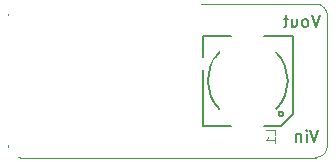
<source format=gbo>
G04 #@! TF.FileFunction,Legend,Bot*
%FSLAX46Y46*%
G04 Gerber Fmt 4.6, Leading zero omitted, Abs format (unit mm)*
G04 Created by KiCad (PCBNEW (2015-07-01 BZR 5850)-product) date Fri Aug 28 18:28:50 2015*
%MOMM*%
G01*
G04 APERTURE LIST*
%ADD10C,0.050000*%
%ADD11C,0.200000*%
%ADD12C,0.100000*%
%ADD13C,0.150000*%
%ADD14C,1.200000*%
%ADD15O,2.032000X1.727200*%
%ADD16R,2.032000X1.727200*%
%ADD17C,4.500000*%
%ADD18R,2.150000X1.500000*%
G04 APERTURE END LIST*
D10*
D11*
X54323810Y-25952381D02*
X53990477Y-26952381D01*
X53657143Y-25952381D01*
X53180953Y-26952381D02*
X53276191Y-26904762D01*
X53323810Y-26857143D01*
X53371429Y-26761905D01*
X53371429Y-26476190D01*
X53323810Y-26380952D01*
X53276191Y-26333333D01*
X53180953Y-26285714D01*
X53038095Y-26285714D01*
X52942857Y-26333333D01*
X52895238Y-26380952D01*
X52847619Y-26476190D01*
X52847619Y-26761905D01*
X52895238Y-26857143D01*
X52942857Y-26904762D01*
X53038095Y-26952381D01*
X53180953Y-26952381D01*
X51990476Y-26285714D02*
X51990476Y-26952381D01*
X52419048Y-26285714D02*
X52419048Y-26809524D01*
X52371429Y-26904762D01*
X52276191Y-26952381D01*
X52133333Y-26952381D01*
X52038095Y-26904762D01*
X51990476Y-26857143D01*
X51657143Y-26285714D02*
X51276191Y-26285714D01*
X51514286Y-25952381D02*
X51514286Y-26809524D01*
X51466667Y-26904762D01*
X51371429Y-26952381D01*
X51276191Y-26952381D01*
X54223809Y-35652381D02*
X53890476Y-36652381D01*
X53557142Y-35652381D01*
X53223809Y-36652381D02*
X53223809Y-35985714D01*
X53223809Y-35652381D02*
X53271428Y-35700000D01*
X53223809Y-35747619D01*
X53176190Y-35700000D01*
X53223809Y-35652381D01*
X53223809Y-35747619D01*
X52747619Y-35985714D02*
X52747619Y-36652381D01*
X52747619Y-36080952D02*
X52700000Y-36033333D01*
X52604762Y-35985714D01*
X52461904Y-35985714D01*
X52366666Y-36033333D01*
X52319047Y-36128571D01*
X52319047Y-36652381D01*
D12*
X28000000Y-37000000D02*
X28000000Y-26000000D01*
X54000000Y-38000000D02*
X29000000Y-38000000D01*
X55000000Y-26000000D02*
X55000000Y-37000000D01*
X29000000Y-25000000D02*
X54000000Y-25000000D01*
X55000000Y-26000000D02*
G75*
G03X54000000Y-25000000I-1000000J0D01*
G01*
X54000000Y-38000000D02*
G75*
G03X55000000Y-37000000I0J1000000D01*
G01*
X28000000Y-37000000D02*
G75*
G03X29000000Y-38000000I1000000J0D01*
G01*
X29000000Y-25000000D02*
G75*
G03X28000000Y-26000000I0J-1000000D01*
G01*
D13*
X45850000Y-33900000D02*
G75*
G02X45850000Y-29100000I2400000J2400000D01*
G01*
X50650000Y-29100000D02*
G75*
G02X50650000Y-33900000I-2400000J-2400000D01*
G01*
X52050000Y-34300000D02*
X52050000Y-27700000D01*
X51050000Y-35300000D02*
X49650000Y-35300000D01*
X51050000Y-35300000D02*
X52050000Y-34300000D01*
X51250000Y-34300000D02*
G75*
G03X51250000Y-34300000I-200000J0D01*
G01*
X46850000Y-35300000D02*
X44450000Y-35300000D01*
X44450000Y-35300000D02*
X44450000Y-27700000D01*
X44450000Y-27700000D02*
X46850000Y-27700000D01*
X52050000Y-27700000D02*
X49650000Y-27700000D01*
D12*
X50561905Y-36066667D02*
X50561905Y-35685714D01*
X49761905Y-35685714D01*
X50561905Y-36752381D02*
X50561905Y-36295238D01*
X50561905Y-36523809D02*
X49761905Y-36523809D01*
X49876190Y-36447619D01*
X49952381Y-36371428D01*
X49990476Y-36295238D01*
%LPC*%
D14*
X33800000Y-34600000D03*
X50300000Y-32800000D03*
X48700000Y-32800000D03*
X36800000Y-29200000D03*
X39300000Y-30800000D03*
X33800000Y-36200000D03*
X39300000Y-29300000D03*
X36800000Y-30800000D03*
X45800000Y-30100000D03*
X44200000Y-30100000D03*
D15*
X53750000Y-34040000D03*
D16*
X53750000Y-31500000D03*
D15*
X53750000Y-28960000D03*
D14*
X38000000Y-30000000D03*
D17*
X31000000Y-31500000D03*
D18*
X48250000Y-34750000D03*
X48250000Y-28250000D03*
D11*
G36*
X44300000Y-37900000D02*
X28100000Y-37900000D01*
X28100000Y-25100000D01*
X44300000Y-25100000D01*
X44300000Y-37900000D01*
X44300000Y-37900000D01*
G37*
X44300000Y-37900000D02*
X28100000Y-37900000D01*
X28100000Y-25100000D01*
X44300000Y-25100000D01*
X44300000Y-37900000D01*
M02*

</source>
